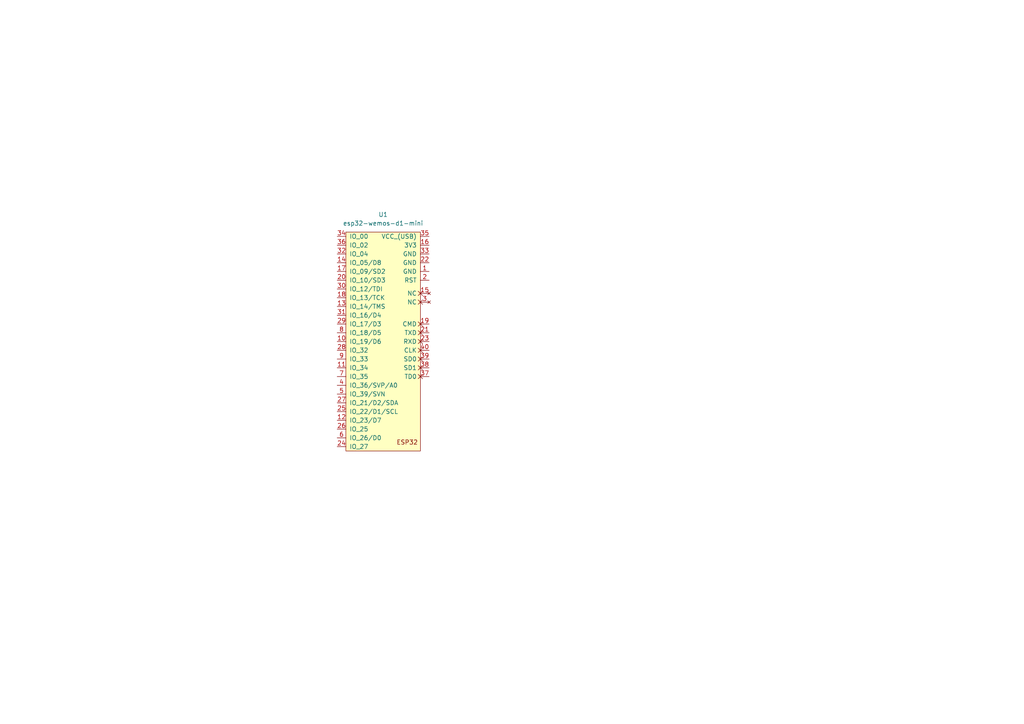
<source format=kicad_sch>
(kicad_sch (version 20231120) (generator "eeschema") (generator_version "8.0")
  (paper "A4")
  (lib_symbols
    (symbol "esp32-wemos-d1-mini:esp32-wemos-d1-mini" (pin_names (offset 1.016))
      (property "Reference" "U" (at -7.62 -50.8 0))
      (property "Value" "esp32-wemos-d1-mini" (at 5.08 -59.69 0))
      (symbol "esp32-wemos-d1-mini_0_0"
        (text "ESP32" (at 7.62 -62.23 0) (effects (font (size 1.27 1.27))))
        (pin power_in line (at 13.97 -12.7 180) (length 2.54) (name "GND") (number "1"))
        (pin input line (at 13.97 -15.24 180) (length 2.54) (name "RST") (number "2"))
        (pin no_connect non_logic (at 13.97 -21.59 180) (length 2.54) (name "NC") (number "3"))
        (pin bidirectional line (at -12.7 -45.72 0) (length 2.54) (name "IO_36/SVP/A0") (number "4"))
        (pin bidirectional line (at -12.7 -48.26 0) (length 2.54) (name "IO_39/SVN") (number "5"))
      )
      (symbol "esp32-wemos-d1-mini_0_1"
        (rectangle (start -10.16 -1.27) (end 11.43 -64.77) (fill (type background)))
      )
      (symbol "esp32-wemos-d1-mini_1_1"
        (pin bidirectional line (at -12.7 -33.02 0) (length 2.54) (name "IO_19/D6") (number "10"))
        (pin bidirectional line (at -12.7 -40.64 0) (length 2.54) (name "IO_34") (number "11"))
        (pin bidirectional line (at -12.7 -55.88 0) (length 2.54) (name "IO_23/D7") (number "12"))
        (pin bidirectional line (at -12.7 -22.86 0) (length 2.54) (name "IO_14/TMS") (number "13"))
        (pin bidirectional line (at -12.7 -10.16 0) (length 2.54) (name "IO_05/D8") (number "14"))
        (pin no_connect non_logic (at 13.97 -19.05 180) (length 2.54) (name "NC") (number "15"))
        (pin power_in line (at 13.97 -5.08 180) (length 2.54) (name "3V3") (number "16"))
        (pin bidirectional line (at -12.7 -12.7 0) (length 2.54) (name "IO_09/SD2") (number "17"))
        (pin bidirectional line (at -12.7 -20.32 0) (length 2.54) (name "IO_13/TCK") (number "18"))
        (pin passive non_logic (at 13.97 -27.94 180) (length 2.54) (name "CMD") (number "19"))
        (pin bidirectional line (at -12.7 -15.24 0) (length 2.54) (name "IO_10/SD3") (number "20"))
        (pin passive non_logic (at 13.97 -30.48 180) (length 2.54) (name "TXD") (number "21"))
        (pin power_in line (at 13.97 -10.16 180) (length 2.54) (name "GND") (number "22"))
        (pin passive non_logic (at 13.97 -33.02 180) (length 2.54) (name "RXD") (number "23"))
        (pin bidirectional line (at -12.7 -63.5 0) (length 2.54) (name "IO_27") (number "24"))
        (pin bidirectional line (at -12.7 -53.34 0) (length 2.54) (name "IO_22/D1/SCL") (number "25"))
        (pin bidirectional line (at -12.7 -58.42 0) (length 2.54) (name "IO_25") (number "26"))
        (pin bidirectional line (at -12.7 -50.8 0) (length 2.54) (name "IO_21/D2/SDA") (number "27"))
        (pin bidirectional line (at -12.7 -35.56 0) (length 2.54) (name "IO_32") (number "28"))
        (pin bidirectional line (at -12.7 -27.94 0) (length 2.54) (name "IO_17/D3") (number "29"))
        (pin bidirectional line (at -12.7 -17.78 0) (length 2.54) (name "IO_12/TDI") (number "30"))
        (pin bidirectional line (at -12.7 -25.4 0) (length 2.54) (name "IO_16/D4") (number "31"))
        (pin bidirectional line (at -12.7 -7.62 0) (length 2.54) (name "IO_04") (number "32"))
        (pin power_in line (at 13.97 -7.62 180) (length 2.54) (name "GND") (number "33"))
        (pin bidirectional line (at -12.7 -2.54 0) (length 2.54) (name "IO_00") (number "34"))
        (pin power_in line (at 13.97 -2.54 180) (length 2.54) (name "VCC_(USB)") (number "35"))
        (pin bidirectional line (at -12.7 -5.08 0) (length 2.54) (name "IO_02") (number "36"))
        (pin passive non_logic (at 13.97 -43.18 180) (length 2.54) (name "TD0") (number "37"))
        (pin passive non_logic (at 13.97 -40.64 180) (length 2.54) (name "SD1") (number "38"))
        (pin passive non_logic (at 13.97 -38.1 180) (length 2.54) (name "SD0") (number "39"))
        (pin passive non_logic (at 13.97 -35.56 180) (length 2.54) (name "CLK") (number "40"))
        (pin bidirectional line (at -12.7 -60.96 0) (length 2.54) (name "IO_26/D0") (number "6"))
        (pin bidirectional line (at -12.7 -43.18 0) (length 2.54) (name "IO_35") (number "7"))
        (pin bidirectional line (at -12.7 -30.48 0) (length 2.54) (name "IO_18/D5") (number "8"))
        (pin bidirectional line (at -12.7 -38.1 0) (length 2.54) (name "IO_33") (number "9"))
      )
    )
  )
  (symbol (lib_id "esp32-wemos-d1-mini:esp32-wemos-d1-mini") (at 110.49 66.04 0) (unit 1)
    (property "Reference" "U1" (at 111.125 62.23 0))
    (property "Value" "esp32-wemos-d1-mini" (at 111.125 64.77 0))
    (property "Footprint" "esp32-wemos-d1-mini:esp32-wemos-d1-mini" (effects (hide yes)))
  )
)
</source>
